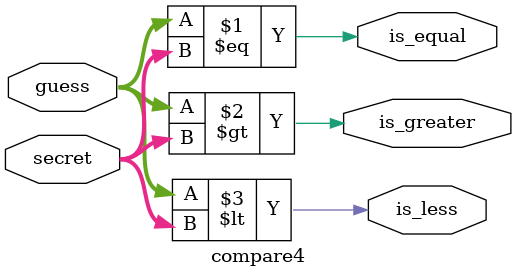
<source format=sv>

module compare4 (
    input  [3:0] secret,
    input  [3:0] guess,
    output       is_equal,
    output       is_greater,  // guess > secret
    output       is_less      // guess < secret
);

    assign is_equal   = (guess == secret);
    assign is_greater = (guess >  secret);
    assign is_less    = (guess <  secret);

endmodule

</source>
